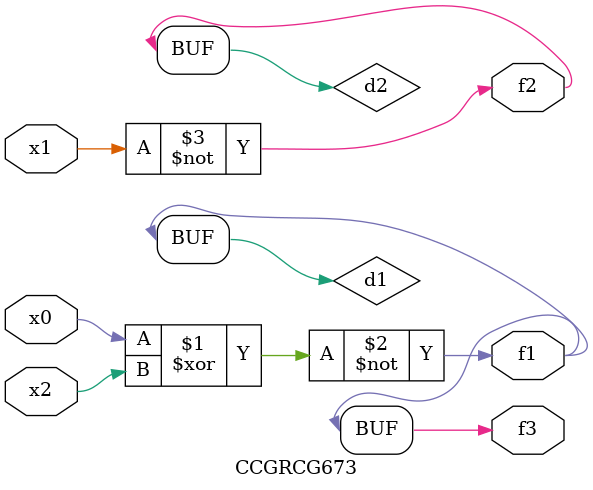
<source format=v>
module CCGRCG673(
	input x0, x1, x2,
	output f1, f2, f3
);

	wire d1, d2, d3;

	xnor (d1, x0, x2);
	nand (d2, x1);
	nor (d3, x1, x2);
	assign f1 = d1;
	assign f2 = d2;
	assign f3 = d1;
endmodule

</source>
